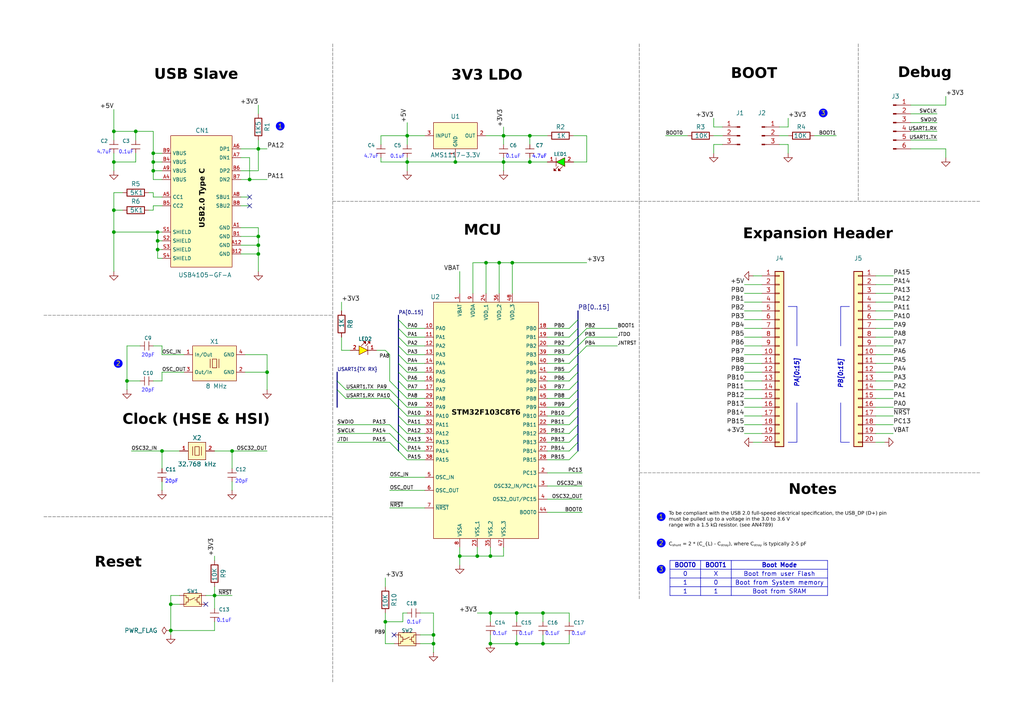
<source format=kicad_sch>
(kicad_sch (version 20250114) (generator "eeschema") (generator_version "9.0")
  (paper "A4")
  (title_block (title "STM32F103C8T6 Core Board") (date "2025-03-26") (rev "1") (comment 1 "Zhangshun Lu"))
  (circle (center 191.77 157.48) (radius 1.27) (stroke (width -0.0001)) (fill (type color) (color 0 0 255 1)))
  (circle (center 81.28 36.576) (radius 1.27) (stroke (width -0.0001)) (fill (type color) (color 0 0 255 1)))
  (circle (center 34.29 105.41) (radius 1.27) (stroke (width -0.0001)) (fill (type color) (color 0 0 255 1)))
  (circle (center 191.77 165.1) (radius 1.27) (stroke (width -0.0001)) (fill (type color) (color 0 0 255 1)))
  (circle (center 238.76 32.766) (radius 1.27) (stroke (width -0.0001)) (fill (type color) (color 0 0 255 1)))
  (circle (center 191.77 149.86) (radius 1.27) (stroke (width -0.0001)) (fill (type color) (color 0 0 255 1)))
  (text "PA[0:15]" (at 231.14 108.204 90) (effects (font (size 1.27 1.27) (thickness 0.254) (bold yes) (italic yes))))
  (text "3" (at 191.77 165.354 0) (effects (font (size 1.27 1.27))))
  (text "Notes" (at 235.712 143.002 0) (effects (font (size 3.048 3.048) (italic yes))))
  (text "USB Slave" (at 56.896 22.606 0) (effects (font (size 3.048 3.048) (italic yes))))
  (text "1" (at 191.77 150.114 0) (effects (font (size 1.27 1.27))))
  (text "3V3 LDO" (at 141.224 22.86 0) (effects (font (size 3.048 3.048) (italic yes))))
  (text "1" (at 81.28 36.83 0) (effects (font (size 1.27 1.27))))
  (text "2" (at 34.29 105.664 0) (effects (font (size 1.27 1.27))))
  (text "Debug" (at 268.224 22.098 0) (effects (font (size 3.048 3.048) (italic yes))))
  (text "Expansion Header" (at 237.236 68.834 0) (effects (font (size 3.048 3.048) (italic yes))))
  (text "MCU" (at 139.954 67.818 0) (effects (font (size 3.048 3.048) (italic yes))))
  (text "2" (at 191.77 157.734 0) (effects (font (size 1.27 1.27))))
  (text "BOOT" (at 218.694 22.352 0) (effects (font (size 3.048 3.048) (italic yes))))
  (text "Reset" (at 34.29 164.084 0) (effects (font (size 3.048 3.048) (italic yes))))
  (text "Clock (HSE & HSI)" (at 56.896 122.682 0) (effects (font (size 3.048 3.048) (italic yes))))
  (text "3" (at 238.76 33.02 0) (effects (font (size 1.27 1.27))))
  (text "PB[0:15]" (at 243.84 108.458 90) (effects (font (size 1.27 1.27) (thickness 0.254) (bold yes) (italic yes))))
  (text_box "C_{shunt} = 2 * (C_{L) - C_{stray}), where C_{stray} is typically 2-5 pF" (at 193.04 156.21 0) (size 53.34 5.08) (margins 0.9525 0.9525 0.9525 0.9525) (stroke (width -0.0001)) (effects (font (size 1.016 1.016)) (justify left top)))
  (text_box "To be compliant with the USB 2.0 full-speed electrical specification, the USB_DP (D+) pin must be pulled up to a voltage in the 3.0 to 3.6 V\nrange with a 1.5 kΩ resistor. (see AN4789)" (at 193.04 147.32 0) (size 66.04 7.62) (margins 0.9525 0.9525 0.9525 0.9525) (stroke (width -0.0001)) (effects (font (size 1.016 1.016)) (justify left top)))
  (junction (at 39.37 38.1))
  (junction (at 133.35 161.29))
  (junction (at 49.53 175.26))
  (junction (at 45.72 69.85))
  (junction (at 142.24 177.8))
  (junction (at 153.67 39.37))
  (junction (at 144.78 76.2))
  (junction (at 67.31 130.81))
  (junction (at 146.05 46.99))
  (junction (at 140.97 76.2))
  (junction (at 45.72 67.31))
  (junction (at 33.02 38.1))
  (junction (at 62.23 172.72))
  (junction (at 74.93 71.12))
  (junction (at 118.11 39.37))
  (junction (at 74.93 73.66))
  (junction (at 45.72 72.39))
  (junction (at 77.47 107.95))
  (junction (at 36.83 110.49))
  (junction (at 142.24 186.69))
  (junction (at 46.99 130.81))
  (junction (at 125.73 184.15))
  (junction (at 74.93 68.58))
  (junction (at 148.59 76.2))
  (junction (at 157.48 177.8))
  (junction (at 33.02 46.99))
  (junction (at 149.86 186.69))
  (junction (at 44.45 49.53))
  (junction (at 138.43 161.29))
  (junction (at 44.45 44.45))
  (junction (at 74.93 43.18))
  (junction (at 111.76 180.34))
  (junction (at 33.02 60.96))
  (junction (at 132.08 46.99))
  (junction (at 44.45 46.99))
  (junction (at 72.39 52.07))
  (junction (at 146.05 39.37))
  (junction (at 149.86 177.8))
  (junction (at 125.73 186.69))
  (junction (at 33.02 67.31))
  (junction (at 49.53 182.88))
  (junction (at 118.11 46.99))
  (junction (at 157.48 186.69))
  (junction (at 153.67 46.99))
  (junction (at 142.24 161.29))
  (no_connect (at 59.69 175.26))
  (no_connect (at 114.3 184.15))
  (no_connect (at 72.39 59.69))
  (no_connect (at 72.39 57.15))
  (bus_entry (at 115.57 130.81) (size -2.54 -2.54))
  (bus_entry (at 167.64 107.95) (size -2.54 2.54))
  (bus_entry (at 167.64 92.71) (size -2.54 2.54))
  (bus_entry (at 167.64 128.27) (size -2.54 2.54))
  (bus_entry (at 115.57 97.79) (size 2.54 2.54))
  (bus_entry (at 115.57 118.11) (size 2.54 2.54))
  (bus_entry (at 167.64 100.33) (size -2.54 2.54))
  (bus_entry (at 167.64 95.25) (size -2.54 2.54))
  (bus_entry (at 167.64 115.57) (size -2.54 2.54))
  (bus_entry (at 167.64 123.19) (size -2.54 2.54))
  (bus_entry (at 167.64 97.79) (size 2.54 -2.54))
  (bus_entry (at 97.79 113.03) (size 2.54 2.54))
  (bus_entry (at 115.57 125.73) (size 2.54 2.54))
  (bus_entry (at 115.57 115.57) (size -2.54 -2.54))
  (bus_entry (at 97.79 110.49) (size 2.54 2.54))
  (bus_entry (at 167.64 118.11) (size -2.54 2.54))
  (bus_entry (at 115.57 125.73) (size -2.54 -2.54))
  (bus_entry (at 115.57 113.03) (size 2.54 2.54))
  (bus_entry (at 115.57 113.03) (size -2.54 -2.54))
  (bus_entry (at 115.57 120.65) (size 2.54 2.54))
  (bus_entry (at 167.64 120.65) (size -2.54 2.54))
  (bus_entry (at 167.64 102.87) (size -2.54 2.54))
  (bus_entry (at 167.64 130.81) (size -2.54 2.54))
  (bus_entry (at 115.57 92.71) (size 2.54 2.54))
  (bus_entry (at 167.64 100.33) (size 2.54 -2.54))
  (bus_entry (at 115.57 123.19) (size 2.54 2.54))
  (bus_entry (at 115.57 102.87) (size 2.54 2.54))
  (bus_entry (at 115.57 128.27) (size 2.54 2.54))
  (bus_entry (at 167.64 110.49) (size -2.54 2.54))
  (bus_entry (at 167.64 125.73) (size -2.54 2.54))
  (bus_entry (at 167.64 97.79) (size -2.54 2.54))
  (bus_entry (at 115.57 110.49) (size 2.54 2.54))
  (bus_entry (at 167.64 113.03) (size -2.54 2.54))
  (bus_entry (at 115.57 107.95) (size 2.54 2.54))
  (bus_entry (at 115.57 115.57) (size 2.54 2.54))
  (bus_entry (at 115.57 100.33) (size 2.54 2.54))
  (bus_entry (at 115.57 105.41) (size 2.54 2.54))
  (bus_entry (at 167.64 105.41) (size -2.54 2.54))
  (bus_entry (at 115.57 118.11) (size -2.54 -2.54))
  (bus_entry (at 115.57 95.25) (size 2.54 2.54))
  (bus_entry (at 115.57 130.81) (size 2.54 2.54))
  (bus_entry (at 167.64 102.87) (size 2.54 -2.54))
  (bus_entry (at 115.57 128.27) (size -2.54 -2.54))
  (bus (pts (xy 167.64 115.57) (xy 167.64 118.11)))
  (wire (pts (xy 132.08 46.99) (xy 146.05 46.99)))
  (wire (pts (xy 33.02 46.99) (xy 33.02 44.45)))
  (wire (pts (xy 125.73 177.8) (xy 125.73 184.15)))
  (wire (pts (xy 207.01 41.91) (xy 209.55 41.91)))
  (wire (pts (xy 264.16 40.64) (xy 271.78 40.64)))
  (wire (pts (xy 218.44 80.01) (xy 220.98 80.01)))
  (wire (pts (xy 111.76 177.8) (xy 111.76 180.34)))
  (wire (pts (xy 62.23 182.88) (xy 49.53 182.88)))
  (wire (pts (xy 149.86 180.34) (xy 149.86 177.8)))
  (wire (pts (xy 158.75 46.99) (xy 153.67 46.99)))
  (wire (pts (xy 158.75 39.37) (xy 153.67 39.37)))
  (wire (pts (xy 121.92 177.8) (xy 125.73 177.8)))
  (wire (pts (xy 158.75 100.33) (xy 165.1 100.33)))
  (wire (pts (xy 45.72 67.31) (xy 45.72 69.85)))
  (wire (pts (xy 72.39 57.15) (xy 69.85 57.15)))
  (wire (pts (xy 158.75 105.41) (xy 165.1 105.41)))
  (wire (pts (xy 254 87.63) (xy 259.08 87.63)))
  (wire (pts (xy 46.99 100.33) (xy 46.99 102.87)))
  (polyline (pts (xy 96.52 58.42) (xy 185.42 58.42)) (stroke (width 0.0508) (type dash) (color 0 0 0 1)))
  (wire (pts (xy 44.45 59.69) (xy 44.45 60.96)))
  (wire (pts (xy 46.99 130.81) (xy 52.07 130.81)))
  (wire (pts (xy 44.45 55.88) (xy 43.18 55.88)))
  (bus (pts (xy 115.57 97.79) (xy 115.57 100.33)))
  (wire (pts (xy 254 118.11) (xy 259.08 118.11)))
  (wire (pts (xy 158.75 133.35) (xy 165.1 133.35)))
  (wire (pts (xy 113.03 142.24) (xy 123.19 142.24)))
  (wire (pts (xy 158.75 125.73) (xy 165.1 125.73)))
  (wire (pts (xy 158.75 95.25) (xy 165.1 95.25)))
  (wire (pts (xy 254 90.17) (xy 259.08 90.17)))
  (wire (pts (xy 44.45 57.15) (xy 44.45 55.88)))
  (wire (pts (xy 158.75 113.03) (xy 165.1 113.03)))
  (wire (pts (xy 254 120.65) (xy 259.08 120.65)))
  (wire (pts (xy 220.98 82.55) (xy 215.9 82.55)))
  (wire (pts (xy 110.49 46.99) (xy 118.11 46.99)))
  (wire (pts (xy 165.1 186.69) (xy 157.48 186.69)))
  (wire (pts (xy 220.98 115.57) (xy 215.9 115.57)))
  (wire (pts (xy 146.05 158.75) (xy 146.05 161.29)))
  (bus (pts (xy 97.79 107.95) (xy 97.79 110.49)))
  (wire (pts (xy 125.73 186.69) (xy 121.92 186.69)))
  (polyline (pts (xy 96.52 124.46) (xy 96.52 149.86)) (stroke (width 0.0508) (type dash) (color 0 0 0 1)))
  (wire (pts (xy 118.11 45.72) (xy 118.11 46.99)))
  (wire (pts (xy 49.53 182.88) (xy 49.53 175.26)))
  (bus (pts (xy 167.64 128.27) (xy 167.64 130.81)))
  (wire (pts (xy 36.83 100.33) (xy 40.64 100.33)))
  (wire (pts (xy 148.59 76.2) (xy 148.59 85.09)))
  (bus (pts (xy 167.64 102.87) (xy 167.64 105.41)))
  (wire (pts (xy 274.32 43.18) (xy 274.32 45.72)))
  (wire (pts (xy 71.12 102.87) (xy 77.47 102.87)))
  (wire (pts (xy 77.47 102.87) (xy 77.47 107.95)))
  (wire (pts (xy 46.99 59.69) (xy 44.45 59.69)))
  (wire (pts (xy 113.03 110.49) (xy 113.03 102.87)))
  (wire (pts (xy 38.1 130.81) (xy 46.99 130.81)))
  (wire (pts (xy 254 80.01) (xy 259.08 80.01)))
  (wire (pts (xy 62.23 172.72) (xy 59.69 172.72)))
  (wire (pts (xy 274.32 27.94) (xy 274.32 30.48)))
  (wire (pts (xy 274.32 43.18) (xy 264.16 43.18)))
  (wire (pts (xy 118.11 115.57) (xy 123.19 115.57)))
  (wire (pts (xy 254 110.49) (xy 259.08 110.49)))
  (bus (pts (xy 115.57 107.95) (xy 115.57 110.49)))
  (wire (pts (xy 110.49 41.91) (xy 110.49 39.37)))
  (wire (pts (xy 220.98 107.95) (xy 215.9 107.95)))
  (wire (pts (xy 254 105.41) (xy 259.08 105.41)))
  (wire (pts (xy 118.11 133.35) (xy 123.19 133.35)))
  (polyline (pts (xy 246.38 88.9) (xy 243.84 88.9)))
  (wire (pts (xy 170.18 97.79) (xy 179.07 97.79)))
  (wire (pts (xy 46.99 52.07) (xy 44.45 52.07)))
  (wire (pts (xy 97.79 128.27) (xy 113.03 128.27)))
  (wire (pts (xy 114.3 186.69) (xy 111.76 186.69)))
  (wire (pts (xy 74.93 68.58) (xy 74.93 66.04)))
  (wire (pts (xy 254 97.79) (xy 259.08 97.79)))
  (bus (pts (xy 115.57 95.25) (xy 115.57 97.79)))
  (wire (pts (xy 168.91 148.59) (xy 158.75 148.59)))
  (wire (pts (xy 116.84 177.8) (xy 116.84 180.34)))
  (polyline (pts (xy 12.7 91.44) (xy 96.52 91.44)) (stroke (width 0.0508) (type dash) (color 0 0 0 1)))
  (wire (pts (xy 140.97 76.2) (xy 137.16 76.2)))
  (wire (pts (xy 72.39 52.07) (xy 69.85 52.07)))
  (wire (pts (xy 62.23 161.29) (xy 62.23 162.56)))
  (wire (pts (xy 220.98 110.49) (xy 215.9 110.49)))
  (bus (pts (xy 115.57 100.33) (xy 115.57 102.87)))
  (polyline (pts (xy 185.42 12.7) (xy 185.42 58.42)) (stroke (width 0.0508) (type dash) (color 0 0 0 1)))
  (bus (pts (xy 167.64 113.03) (xy 167.64 115.57)))
  (wire (pts (xy 220.98 85.09) (xy 215.9 85.09)))
  (bus (pts (xy 167.64 90.17) (xy 167.64 92.71)))
  (bus (pts (xy 167.64 95.25) (xy 167.64 97.79)))
  (bus (pts (xy 167.64 97.79) (xy 167.64 100.33)))
  (wire (pts (xy 111.76 101.6) (xy 109.22 101.6)))
  (wire (pts (xy 254 123.19) (xy 259.08 123.19)))
  (bus (pts (xy 115.57 125.73) (xy 115.57 128.27)))
  (bus (pts (xy 115.57 102.87) (xy 115.57 105.41)))
  (wire (pts (xy 144.78 76.2) (xy 144.78 85.09)))
  (wire (pts (xy 52.07 172.72) (xy 49.53 172.72)))
  (wire (pts (xy 100.33 113.03) (xy 113.03 113.03)))
  (wire (pts (xy 45.72 74.93) (xy 46.99 74.93)))
  (wire (pts (xy 168.91 144.78) (xy 158.75 144.78)))
  (wire (pts (xy 146.05 161.29) (xy 142.24 161.29)))
  (wire (pts (xy 220.98 120.65) (xy 215.9 120.65)))
  (wire (pts (xy 220.98 113.03) (xy 215.9 113.03)))
  (wire (pts (xy 44.45 52.07) (xy 44.45 49.53)))
  (wire (pts (xy 228.6 41.91) (xy 226.06 41.91)))
  (wire (pts (xy 153.67 46.99) (xy 146.05 46.99)))
  (wire (pts (xy 118.11 100.33) (xy 123.19 100.33)))
  (wire (pts (xy 118.11 128.27) (xy 123.19 128.27)))
  (wire (pts (xy 140.97 76.2) (xy 140.97 85.09)))
  (wire (pts (xy 138.43 177.8) (xy 142.24 177.8)))
  (wire (pts (xy 72.39 59.69) (xy 69.85 59.69)))
  (wire (pts (xy 67.31 135.89) (xy 67.31 130.81)))
  (wire (pts (xy 118.11 123.19) (xy 123.19 123.19)))
  (wire (pts (xy 116.84 180.34) (xy 111.76 180.34)))
  (wire (pts (xy 46.99 107.95) (xy 53.34 107.95)))
  (wire (pts (xy 153.67 45.72) (xy 153.67 46.99)))
  (wire (pts (xy 142.24 161.29) (xy 138.43 161.29)))
  (wire (pts (xy 118.11 102.87) (xy 123.19 102.87)))
  (wire (pts (xy 254 82.55) (xy 259.08 82.55)))
  (wire (pts (xy 77.47 43.18) (xy 74.93 43.18)))
  (polyline (pts (xy 185.42 58.42) (xy 284.48 58.42)) (stroke (width 0.0508) (type dash) (color 0 0 0 1)))
  (wire (pts (xy 157.48 184.15) (xy 157.48 186.69)))
  (wire (pts (xy 157.48 177.8) (xy 149.86 177.8)))
  (wire (pts (xy 118.11 125.73) (xy 123.19 125.73)))
  (wire (pts (xy 46.99 72.39) (xy 45.72 72.39)))
  (bus (pts (xy 115.57 110.49) (xy 115.57 113.03)))
  (bus (pts (xy 167.64 120.65) (xy 167.64 123.19)))
  (wire (pts (xy 146.05 39.37) (xy 146.05 36.83)))
  (wire (pts (xy 157.48 180.34) (xy 157.48 177.8)))
  (wire (pts (xy 118.11 39.37) (xy 123.19 39.37)))
  (wire (pts (xy 264.16 33.02) (xy 271.78 33.02)))
  (wire (pts (xy 118.11 95.25) (xy 123.19 95.25)))
  (wire (pts (xy 158.75 128.27) (xy 165.1 128.27)))
  (wire (pts (xy 35.56 60.96) (xy 33.02 60.96)))
  (wire (pts (xy 44.45 110.49) (xy 46.99 110.49)))
  (wire (pts (xy 132.08 45.72) (xy 132.08 46.99)))
  (wire (pts (xy 72.39 45.72) (xy 72.39 52.07)))
  (wire (pts (xy 118.11 107.95) (xy 123.19 107.95)))
  (wire (pts (xy 44.45 46.99) (xy 44.45 44.45)))
  (wire (pts (xy 228.6 44.45) (xy 228.6 41.91)))
  (wire (pts (xy 264.16 38.1) (xy 271.78 38.1)))
  (wire (pts (xy 118.11 130.81) (xy 123.19 130.81)))
  (wire (pts (xy 254 102.87) (xy 259.08 102.87)))
  (wire (pts (xy 33.02 67.31) (xy 45.72 67.31)))
  (polyline (pts (xy 231.14 88.9) (xy 231.14 100.33)))
  (wire (pts (xy 146.05 45.72) (xy 146.05 46.99)))
  (wire (pts (xy 146.05 41.91) (xy 146.05 39.37)))
  (wire (pts (xy 193.04 39.37) (xy 199.39 39.37)))
  (wire (pts (xy 133.35 78.74) (xy 133.35 85.09)))
  (wire (pts (xy 67.31 142.24) (xy 67.31 139.7)))
  (bus (pts (xy 115.57 91.44) (xy 115.57 92.71)))
  (wire (pts (xy 46.99 69.85) (xy 45.72 69.85)))
  (wire (pts (xy 125.73 189.23) (xy 125.73 186.69)))
  (wire (pts (xy 44.45 38.1) (xy 44.45 44.45)))
  (wire (pts (xy 74.93 30.48) (xy 74.93 33.02)))
  (wire (pts (xy 254 95.25) (xy 259.08 95.25)))
  (wire (pts (xy 52.07 175.26) (xy 49.53 175.26)))
  (wire (pts (xy 254 107.95) (xy 259.08 107.95)))
  (wire (pts (xy 45.72 72.39) (xy 45.72 74.93)))
  (wire (pts (xy 148.59 76.2) (xy 144.78 76.2)))
  (wire (pts (xy 77.47 107.95) (xy 71.12 107.95)))
  (wire (pts (xy 74.93 40.64) (xy 74.93 43.18)))
  (bus (pts (xy 115.57 115.57) (xy 115.57 118.11)))
  (bus (pts (xy 115.57 128.27) (xy 115.57 130.81)))
  (wire (pts (xy 40.64 110.49) (xy 36.83 110.49)))
  (wire (pts (xy 158.75 97.79) (xy 165.1 97.79)))
  (wire (pts (xy 113.03 138.43) (xy 123.19 138.43)))
  (wire (pts (xy 121.92 184.15) (xy 125.73 184.15)))
  (wire (pts (xy 74.93 43.18) (xy 74.93 49.53)))
  (polyline (pts (xy 248.92 12.7) (xy 248.92 58.42)) (stroke (width 0.0508) (type dash) (color 0 0 0 1)))
  (wire (pts (xy 33.02 31.75) (xy 33.02 38.1)))
  (wire (pts (xy 110.49 39.37) (xy 118.11 39.37)))
  (wire (pts (xy 33.02 38.1) (xy 39.37 38.1)))
  (wire (pts (xy 110.49 45.72) (xy 110.49 46.99)))
  (wire (pts (xy 118.11 97.79) (xy 123.19 97.79)))
  (wire (pts (xy 118.11 120.65) (xy 123.19 120.65)))
  (bus (pts (xy 97.79 113.03) (xy 97.79 118.11)))
  (wire (pts (xy 46.99 67.31) (xy 45.72 67.31)))
  (wire (pts (xy 69.85 73.66) (xy 74.93 73.66)))
  (wire (pts (xy 99.06 87.63) (xy 99.06 90.17)))
  (wire (pts (xy 153.67 39.37) (xy 146.05 39.37)))
  (wire (pts (xy 77.47 52.07) (xy 72.39 52.07)))
  (wire (pts (xy 118.11 118.11) (xy 123.19 118.11)))
  (wire (pts (xy 77.47 113.03) (xy 77.47 107.95)))
  (wire (pts (xy 146.05 46.99) (xy 146.05 49.53)))
  (wire (pts (xy 242.57 39.37) (xy 236.22 39.37)))
  (wire (pts (xy 138.43 161.29) (xy 133.35 161.29)))
  (wire (pts (xy 46.99 49.53) (xy 44.45 49.53)))
  (wire (pts (xy 142.24 180.34) (xy 142.24 177.8)))
  (wire (pts (xy 148.59 76.2) (xy 170.18 76.2)))
  (wire (pts (xy 228.6 39.37) (xy 226.06 39.37)))
  (bus (pts (xy 167.64 100.33) (xy 167.64 102.87)))
  (wire (pts (xy 165.1 177.8) (xy 157.48 177.8)))
  (wire (pts (xy 133.35 163.83) (xy 133.35 161.29)))
  (bus (pts (xy 115.57 113.03) (xy 115.57 115.57)))
  (wire (pts (xy 46.99 57.15) (xy 44.45 57.15)))
  (bus (pts (xy 115.57 120.65) (xy 115.57 123.19)))
  (wire (pts (xy 46.99 110.49) (xy 46.99 107.95)))
  (wire (pts (xy 140.97 39.37) (xy 146.05 39.37)))
  (wire (pts (xy 118.11 46.99) (xy 118.11 49.53)))
  (wire (pts (xy 220.98 95.25) (xy 215.9 95.25)))
  (wire (pts (xy 170.18 39.37) (xy 170.18 46.99)))
  (wire (pts (xy 228.6 34.29) (xy 228.6 36.83)))
  (wire (pts (xy 137.16 76.2) (xy 137.16 85.09)))
  (wire (pts (xy 254 113.03) (xy 259.08 113.03)))
  (wire (pts (xy 33.02 67.31) (xy 33.02 78.74)))
  (wire (pts (xy 168.91 137.16) (xy 158.75 137.16)))
  (wire (pts (xy 118.11 105.41) (xy 123.19 105.41)))
  (polyline (pts (xy 185.42 58.42) (xy 185.42 173.99)) (stroke (width 0.0508) (type dash) (color 0 0 0 1)))
  (wire (pts (xy 33.02 67.31) (xy 33.02 60.96)))
  (wire (pts (xy 158.75 123.19) (xy 165.1 123.19)))
  (bus (pts (xy 167.64 118.11) (xy 167.64 120.65)))
  (wire (pts (xy 74.93 73.66) (xy 74.93 71.12)))
  (wire (pts (xy 220.98 123.19) (xy 215.9 123.19)))
  (wire (pts (xy 170.18 100.33) (xy 179.07 100.33)))
  (wire (pts (xy 118.11 110.49) (xy 123.19 110.49)))
  (wire (pts (xy 74.93 71.12) (xy 74.93 68.58)))
  (wire (pts (xy 45.72 69.85) (xy 45.72 72.39)))
  (wire (pts (xy 207.01 44.45) (xy 207.01 41.91)))
  (wire (pts (xy 220.98 100.33) (xy 215.9 100.33)))
  (wire (pts (xy 113.03 147.32) (xy 123.19 147.32)))
  (wire (pts (xy 254 85.09) (xy 259.08 85.09)))
  (wire (pts (xy 67.31 130.81) (xy 62.23 130.81)))
  (wire (pts (xy 144.78 76.2) (xy 140.97 76.2)))
  (wire (pts (xy 44.45 100.33) (xy 46.99 100.33)))
  (wire (pts (xy 170.18 95.25) (xy 179.07 95.25)))
  (wire (pts (xy 158.75 115.57) (xy 165.1 115.57)))
  (wire (pts (xy 254 125.73) (xy 259.08 125.73)))
  (wire (pts (xy 220.98 128.27) (xy 218.44 128.27)))
  (wire (pts (xy 149.86 177.8) (xy 142.24 177.8)))
  (wire (pts (xy 118.11 46.99) (xy 132.08 46.99)))
  (wire (pts (xy 74.93 66.04) (xy 69.85 66.04)))
  (wire (pts (xy 207.01 36.83) (xy 209.55 36.83)))
  (wire (pts (xy 33.02 46.99) (xy 33.02 49.53)))
  (wire (pts (xy 97.79 123.19) (xy 113.03 123.19)))
  (wire (pts (xy 36.83 113.03) (xy 36.83 110.49)))
  (wire (pts (xy 44.45 49.53) (xy 44.45 46.99)))
  (wire (pts (xy 39.37 44.45) (xy 39.37 46.99)))
  (polyline (pts (xy 96.52 149.86) (xy 96.52 198.12)) (stroke (width 0.0508) (type dash) (color 0 0 0 1)))
  (wire (pts (xy 77.47 130.81) (xy 67.31 130.81)))
  (wire (pts (xy 62.23 180.34) (xy 62.23 182.88)))
  (wire (pts (xy 165.1 184.15) (xy 165.1 186.69)))
  (wire (pts (xy 254 128.27) (xy 256.54 128.27)))
  (wire (pts (xy 33.02 40.64) (xy 33.02 38.1)))
  (wire (pts (xy 74.93 78.74) (xy 74.93 73.66)))
  (polyline (pts (xy 96.52 12.7) (xy 96.52 91.44)) (stroke (width 0.0508) (type dash) (color 0 0 0 1)))
  (wire (pts (xy 158.75 118.11) (xy 165.1 118.11)))
  (wire (pts (xy 207.01 34.29) (xy 207.01 36.83)))
  (wire (pts (xy 118.11 113.03) (xy 123.19 113.03)))
  (wire (pts (xy 46.99 135.89) (xy 46.99 130.81)))
  (wire (pts (xy 33.02 55.88) (xy 35.56 55.88)))
  (wire (pts (xy 62.23 176.53) (xy 62.23 172.72)))
  (wire (pts (xy 111.76 180.34) (xy 111.76 186.69)))
  (wire (pts (xy 168.91 140.97) (xy 158.75 140.97)))
  (wire (pts (xy 264.16 35.56) (xy 271.78 35.56)))
  (polyline (pts (xy 185.42 137.16) (xy 284.48 137.16)) (stroke (width 0.0508) (type dash) (color 0 0 0 1)))
  (wire (pts (xy 69.85 71.12) (xy 74.93 71.12)))
  (bus (pts (xy 167.64 107.95) (xy 167.64 110.49)))
  (bus (pts (xy 167.64 125.73) (xy 167.64 128.27)))
  (wire (pts (xy 118.11 41.91) (xy 118.11 39.37)))
  (bus (pts (xy 115.57 118.11) (xy 115.57 120.65)))
  (wire (pts (xy 149.86 186.69) (xy 142.24 186.69)))
  (wire (pts (xy 153.67 41.91) (xy 153.67 39.37)))
  (polyline (pts (xy 96.52 91.44) (xy 96.52 124.46)) (stroke (width 0.0508) (type dash) (color 0 0 0 1)))
  (wire (pts (xy 220.98 97.79) (xy 215.9 97.79)))
  (wire (pts (xy 138.43 158.75) (xy 138.43 161.29)))
  (wire (pts (xy 220.98 125.73) (xy 215.9 125.73)))
  (wire (pts (xy 99.06 97.79) (xy 99.06 101.6)))
  (wire (pts (xy 142.24 158.75) (xy 142.24 161.29)))
  (wire (pts (xy 220.98 90.17) (xy 215.9 90.17)))
  (wire (pts (xy 133.35 161.29) (xy 133.35 158.75)))
  (wire (pts (xy 254 100.33) (xy 259.08 100.33)))
  (wire (pts (xy 158.75 110.49) (xy 165.1 110.49)))
  (wire (pts (xy 220.98 118.11) (xy 215.9 118.11)))
  (polyline (pts (xy 228.6 88.9) (xy 231.14 88.9)))
  (wire (pts (xy 170.18 46.99) (xy 166.37 46.99)))
  (wire (pts (xy 142.24 186.69) (xy 142.24 184.15)))
  (wire (pts (xy 220.98 105.41) (xy 215.9 105.41)))
  (wire (pts (xy 158.75 130.81) (xy 165.1 130.81)))
  (wire (pts (xy 220.98 87.63) (xy 215.9 87.63)))
  (polyline (pts (xy 243.84 128.27) (xy 243.84 116.84)))
  (wire (pts (xy 97.79 125.73) (xy 113.03 125.73)))
  (polyline (pts (xy 243.84 100.33) (xy 243.84 88.9)))
  (wire (pts (xy 220.98 92.71) (xy 215.9 92.71)))
  (bus (pts (xy 167.64 92.71) (xy 167.64 95.25)))
  (wire (pts (xy 49.53 172.72) (xy 49.53 175.26)))
  (wire (pts (xy 118.11 39.37) (xy 118.11 35.56)))
  (polyline (pts (xy 231.14 116.84) (xy 231.14 128.27)))
  (wire (pts (xy 46.99 46.99) (xy 44.45 46.99)))
  (bus (pts (xy 97.79 110.49) (xy 97.79 113.03)))
  (polyline (pts (xy 228.6 128.27) (xy 231.14 128.27)))
  (wire (pts (xy 69.85 43.18) (xy 74.93 43.18)))
  (wire (pts (xy 111.76 170.18) (xy 111.76 167.64)))
  (wire (pts (xy 39.37 40.64) (xy 39.37 38.1)))
  (polyline (pts (xy 246.38 128.27) (xy 243.84 128.27)))
  (wire (pts (xy 125.73 184.15) (xy 125.73 186.69)))
  (wire (pts (xy 149.86 184.15) (xy 149.86 186.69)))
  (wire (pts (xy 69.85 68.58) (xy 74.93 68.58)))
  (wire (pts (xy 165.1 180.34) (xy 165.1 177.8)))
  (bus (pts (xy 167.64 110.49) (xy 167.64 113.03)))
  (wire (pts (xy 36.83 110.49) (xy 36.83 100.33)))
  (bus (pts (xy 115.57 123.19) (xy 115.57 125.73)))
  (wire (pts (xy 33.02 60.96) (xy 33.02 55.88)))
  (wire (pts (xy 46.99 142.24) (xy 46.99 139.7)))
  (polyline (pts (xy 12.7 149.86) (xy 96.52 149.86)) (stroke (width 0.0508) (type dash) (color 0 0 0 1)))
  (wire (pts (xy 46.99 102.87) (xy 53.34 102.87)))
  (wire (pts (xy 39.37 46.99) (xy 33.02 46.99)))
  (wire (pts (xy 158.75 120.65) (xy 165.1 120.65)))
  (wire (pts (xy 158.75 107.95) (xy 165.1 107.95)))
  (wire (pts (xy 158.75 102.87) (xy 165.1 102.87)))
  (wire (pts (xy 118.11 177.8) (xy 116.84 177.8)))
  (wire (pts (xy 49.53 184.15) (xy 49.53 182.88)))
  (wire (pts (xy 207.01 39.37) (xy 209.55 39.37)))
  (wire (pts (xy 62.23 170.18) (xy 62.23 172.72)))
  (wire (pts (xy 44.45 60.96) (xy 43.18 60.96)))
  (wire (pts (xy 220.98 102.87) (xy 215.9 102.87)))
  (wire (pts (xy 254 92.71) (xy 259.08 92.71)))
  (wire (pts (xy 157.48 186.69) (xy 149.86 186.69)))
  (bus (pts (xy 167.64 123.19) (xy 167.64 125.73)))
  (wire (pts (xy 166.37 39.37) (xy 170.18 39.37)))
  (wire (pts (xy 228.6 36.83) (xy 226.06 36.83)))
  (wire (pts (xy 99.06 101.6) (xy 101.6 101.6)))
  (wire (pts (xy 69.85 45.72) (xy 72.39 45.72)))
  (wire (pts (xy 44.45 44.45) (xy 46.99 44.45)))
  (wire (pts (xy 74.93 49.53) (xy 69.85 49.53)))
  (wire (pts (xy 113.03 102.87) (xy 111.76 101.6)))
  (bus (pts (xy 115.57 105.41) (xy 115.57 107.95)))
  (wire (pts (xy 274.32 30.48) (xy 264.16 30.48)))
  (wire (pts (xy 100.33 115.57) (xy 113.03 115.57)))
  (bus (pts (xy 167.64 105.41) (xy 167.64 107.95)))
  (bus (pts (xy 115.57 92.71) (xy 115.57 95.25)))
  (wire (pts (xy 39.37 38.1) (xy 44.45 38.1)))
  (wire (pts (xy 67.31 172.72) (xy 62.23 172.72)))
  (wire (pts (xy 254 115.57) (xy 259.08 115.57)))
  (table (column_count 3) (border (external yes) (header yes)) (separators (rows yes) (cols yes)) (column_widths 8.89 8.89 27.94) (row_heights 2.54 2.54 2.54 2.54) (cells (table_cell "BOOT0" (at 194.31 162.56 0) (size 8.89 2.54) (margins 0.9525 0.9525 0.9525 0.9525) (span 1 1)) (table_cell "BOOT1" (at 203.2 162.56 0) (size 8.89 2.54) (margins 0.9525 0.9525 0.9525 0.9525) (span 1 1)) (table_cell "Boot Mode" (at 212.09 162.56 0) (size 27.94 2.54) (margins 0.9525 0.9525 0.9525 0.9525) (span 1 1)) (table_cell "0" (at 194.31 165.1 0) (size 8.89 2.54) (margins 0.9525 0.9525 0.9525 0.9525) (span 1 1)) (table_cell "X" (at 203.2 165.1 0) (size 8.89 2.54) (margins 0.9525 0.9525 0.9525 0.9525) (span 1 1)) (table_cell "Boot from user Flash" (at 212.09 165.1 0) (size 27.94 2.54) (margins 0.9525 0.9525 0.9525 0.9525) (span 1 1)) (table_cell "1" (at 194.31 167.64 0) (size 8.89 2.54) (margins 0.9525 0.9525 0.9525 0.9525) (span 1 1)) (table_cell "0" (at 203.2 167.64 0) (size 8.89 2.54) (margins 0.9525 0.9525 0.9525 0.9525) (span 1 1)) (table_cell "Boot from System memory" (at 212.09 167.64 0) (size 27.94 2.54) (margins 0.9525 0.9525 0.9525 0.9525) (span 1 1)) (table_cell "1" (at 194.31 170.18 0) (size 8.89 2.54) (margins 0.9525 0.9525 0.9525 0.9525) (span 1 1)) (table_cell "1" (at 203.2 170.18 0) (size 8.89 2.54) (margins 0.9525 0.9525 0.9525 0.9525) (span 1 1)) (table_cell "Boot from SRAM" (at 212.09 170.18 0) (size 27.94 2.54) (margins 0.9525 0.9525 0.9525 0.9525) (span 1 1))))
  (label "BOOT0" (at 168.91 148.59 180) (effects (font (size 1.016 1.016))))
  (label "PB6" (at 163.83 110.49 180) (effects (font (size 1.016 1.016))))
  (label "PA11" (at 259.08 90.17 0))
  (label "PB12" (at 163.83 125.73 180) (effects (font (size 1.016 1.016))))
  (label "PB6" (at 215.9 100.33 180))
  (label "PA12" (at 77.47 43.18 0))
  (label "PB4" (at 163.83 105.41 180) (effects (font (size 1.016 1.016))))
  (label "PB2" (at 172.72 95.25 180) (effects (font (size 1.016 1.016))))
  (label "PA13" (at 259.08 85.09 0))
  (label "~{NRST}" (at 67.31 172.72 180) (effects (font (size 1.016 1.016))))
  (label "PB8" (at 215.9 105.41 180))
  (label "PA0" (at 259.08 118.11 0))
  (label "PA9" (at 259.08 95.25 0))
  (label "PA8" (at 259.08 97.79 0))
  (label "PA4" (at 118.11 105.41 0) (effects (font (size 1.016 1.016))))
  (label "BOOT1" (at 242.57 39.37 180) (effects (font (size 1.016 1.016))))
  (label "+3V3" (at 228.6 34.29 0))
  (label "USART1.RX" (at 100.33 115.57 0) (effects (font (size 1.016 1.016))))
  (label "PB10" (at 163.83 120.65 180) (effects (font (size 1.016 1.016))))
  (label "+3V3" (at 138.43 177.8 180))
  (label "PB11" (at 215.9 113.03 180))
  (label "PB4" (at 215.9 95.25 180))
  (label "PA2" (at 118.11 100.33 0) (effects (font (size 1.016 1.016))))
  (label "PB3" (at 215.9 92.71 180))
  (label "PA1" (at 118.11 97.79 0) (effects (font (size 1.016 1.016))))
  (label "OSC32_OUT" (at 168.91 144.78 180) (effects (font (size 1.016 1.016))))
  (label "PB13" (at 215.9 118.11 180))
  (label "PA14" (at 259.08 82.55 0))
  (label "JTDO" (at 179.07 97.79 0) (effects (font (size 1.016 1.016))))
  (label "PA13" (at 107.95 123.19 0) (effects (font (size 1.016 1.016))))
  (label "OSC32_IN" (at 168.91 140.97 180) (effects (font (size 1.016 1.016))))
  (label "PB1" (at 215.9 87.63 180))
  (label "SWCLK" (at 97.79 125.73 0) (effects (font (size 1.016 1.016))))
  (label "PB10" (at 215.9 110.49 180))
  (label "PB12" (at 215.9 115.57 180))
  (label "PA15" (at 259.08 80.01 0))
  (label "+3V3" (at 62.23 161.29 90))
  (label "OSC32_OUT" (at 77.47 130.81 180) (effects (font (size 1.016 1.016))))
  (label "OSC32_IN" (at 38.1 130.81 0) (effects (font (size 1.016 1.016))))
  (label "PA13" (at 118.11 128.27 0) (effects (font (size 1.016 1.016))))
  (label "+3V3" (at 111.76 167.64 0))
  (label "~{NRST}" (at 259.08 120.65 0))
  (label "VBAT" (at 133.35 78.74 180))
  (label "PA14" (at 107.95 125.73 0) (effects (font (size 1.016 1.016))))
  (label "PA9" (at 109.22 113.03 0) (effects (font (size 1.016 1.016))))
  (label "PB13" (at 163.83 128.27 180) (effects (font (size 1.016 1.016))))
  (label "PC13" (at 259.08 123.19 0))
  (label "PA10" (at 109.22 115.57 0) (effects (font (size 1.016 1.016))))
  (label "PB2" (at 215.9 90.17 180))
  (label "PB7" (at 215.9 102.87 180))
  (label "+3V3" (at 170.18 76.2 0))
  (label "OSC_IN" (at 46.99 102.87 0) (effects (font (size 1.016 1.016))))
  (label "PA15" (at 107.95 128.27 0) (effects (font (size 1.016 1.016))))
  (label "PA8" (at 118.11 115.57 0) (effects (font (size 1.016 1.016))))
  (label "PA6" (at 118.11 110.49 0) (effects (font (size 1.016 1.016))))
  (label "+3V3" (at 215.9 125.73 180))
  (label "~{NRST}" (at 113.03 147.32 0) (effects (font (size 1.016 1.016))))
  (label "PB4" (at 172.72 100.33 180) (effects (font (size 1.016 1.016))))
  (label "PA12" (at 259.08 87.63 0))
  (label "OSC_OUT" (at 113.03 142.24 0) (effects (font (size 1.016 1.016))))
  (label "OSC_IN" (at 113.03 138.43 0) (effects (font (size 1.016 1.016))))
  (label "PB14" (at 163.83 130.81 180) (effects (font (size 1.016 1.016))))
  (label "PB9" (at 163.83 118.11 180) (effects (font (size 1.016 1.016))))
  (label "USART1.TX" (at 271.78 40.64 180) (effects (font (size 1.016 1.016))))
  (label "PB11" (at 163.83 123.19 180) (effects (font (size 1.016 1.016))))
  (label "+5V" (at 118.11 35.56 90))
  (label "SWDIO" (at 271.78 35.56 180) (effects (font (size 1.016 1.016))))
  (label "PA8" (at 113.03 102.87 180) (effects (font (size 1.016 1.016))))
  (label "PA3" (at 118.11 102.87 0) (effects (font (size 1.016 1.016))))
  (label "+3V3" (at 207.01 34.29 180))
  (label "PA6" (at 259.08 102.87 0))
  (label "+3V3" (at 146.05 36.83 90))
  (label "PA10" (at 259.08 92.71 0))
  (label "PB5" (at 163.83 107.95 180) (effects (font (size 1.016 1.016))))
  (label "PB9" (at 215.9 107.95 180))
  (label "PA10" (at 118.11 120.65 0) (effects (font (size 1.016 1.016))))
  (label "+3V3" (at 74.93 30.48 180))
  (label "SWDIO" (at 97.79 123.19 0) (effects (font (size 1.016 1.016))))
  (label "PB[0..15]" (at 167.64 90.17 0))
  (label "PA0" (at 118.11 95.25 0) (effects (font (size 1.016 1.016))))
  (label "BOOT1" (at 179.07 95.25 0) (effects (font (size 1.016 1.016))))
  (label "PA11" (at 77.47 52.07 0))
  (label "PA2" (at 259.08 113.03 0))
  (label "USART1.RX" (at 271.78 38.1 180) (effects (font (size 1.016 1.016))))
  (label "VBAT" (at 259.08 125.73 0))
  (label "PA4" (at 259.08 107.95 0))
  (label "JNTRST" (at 179.07 100.33 0) (effects (font (size 1.016 1.016))))
  (label "PA7" (at 118.11 113.03 0) (effects (font (size 1.016 1.016))))
  (label "+5V" (at 33.02 31.75 180))
  (label "BOOT0" (at 193.04 39.37 0) (effects (font (size 1.016 1.016))))
  (label "+3V3" (at 274.32 27.94 0))
  (label "PB0" (at 215.9 85.09 180))
  (label "PB0" (at 163.83 95.25 180) (effects (font (size 1.016 1.016))))
  (label "PA1" (at 259.08 115.57 0))
  (label "PA11" (at 118.11 123.19 0) (effects (font (size 1.016 1.016))))
  (label "+3V3" (at 99.06 87.63 0))
  (label "PB3" (at 172.72 97.79 180) (effects (font (size 1.016 1.016))))
  (label "PB14" (at 215.9 120.65 180))
  (label "PB8" (at 163.83 115.57 180) (effects (font (size 1.016 1.016))))
  (label "USART1{TX RX}" (at 97.79 107.95 0) (effects (font (size 1.016 1.016))))
  (label "PA7" (at 259.08 100.33 0))
  (label "PA5" (at 118.11 107.95 0) (effects (font (size 1.016 1.016))))
  (label "PB3" (at 163.83 102.87 180) (effects (font (size 1.016 1.016))))
  (label "PA[0..15]" (at 115.57 91.44 0) (effects (font (size 1.016 1.016))))
  (label "PC13" (at 168.91 137.16 180) (effects (font (size 1.016 1.016))))
  (label "PB15" (at 163.83 133.35 180) (effects (font (size 1.016 1.016))))
  (label "PB7" (at 163.83 113.03 180) (effects (font (size 1.016 1.016))))
  (label "PA5" (at 259.08 105.41 0))
  (label "PA3" (at 259.08 110.49 0))
  (label "SWCLK" (at 271.78 33.02 180) (effects (font (size 1.016 1.016))))
  (label "USART1.TX" (at 100.33 113.03 0) (effects (font (size 1.016 1.016))))
  (label "PA12" (at 118.11 125.73 0) (effects (font (size 1.016 1.016))))
  (label "+5V" (at 215.9 82.55 180))
  (label "PB5" (at 215.9 97.79 180))
  (label "PB1" (at 163.83 97.79 180) (effects (font (size 1.016 1.016))))
  (label "PA15" (at 118.11 133.35 0) (effects (font (size 1.016 1.016))))
  (label "PB2" (at 163.83 100.33 180) (effects (font (size 1.016 1.016))))
  (label "PB9" (at 111.76 184.15 180) (effects (font (size 1.016 1.016))))
  (label "PA14" (at 118.11 130.81 0) (effects (font (size 1.016 1.016))))
  (label "PA9" (at 118.11 118.11 0) (effects (font (size 1.016 1.016))))
  (label "PB15" (at 215.9 123.19 180))
  (label "JTDI" (at 97.79 128.27 0) (effects (font (size 1.016 1.016))))
  (label "OSC_OUT" (at 46.99 107.95 0) (effects (font (size 1.016 1.016))))
  (symbol (lib_id "User:SW_PTS810") (at 118.11 185.42 0) (unit 1)
    (property "Reference" "SW2" (at 118.11 182.88 0) (effects (font (size 1.016 1.016))))
    (property "Value" "PTS810" (effects (hide yes)))
    (property "Footprint" "User:SW_PTS810" (effects (hide yes)))
    (property "Datasheet" "https://www.digikey.de/en/products/detail/c-k/PTS810SJM250SMTR-LFS/4176610" (effects (hide yes)))
    (property "Description" "SWITCH TACTILE SPST 4 PIN" (effects (hide yes)))
    (property "MPN" "PTS810SJM250SMTR LFS" (effects (hide yes)))
    (property "Manufacturer" "C&K" (effects (hide yes)))
  )
  (symbol (lib_id "power:GND") (at 146.05 49.53 0) (mirror y) (unit 1)
    (property "Reference" "#PWR012" (effects (hide yes)))
    (property "Value" "GND" (effects (hide yes)))
    (property "Description" "Power symbol creates a global label with name \"GND\" , ground" (effects (hide yes)))
  )
  (symbol (lib_id "power:GND") (at 228.6 44.45 0) (mirror y) (unit 1)
    (property "Reference" "#PWR09" (effects (hide yes)))
    (property "Value" "GND" (effects (hide yes)))
    (property "Description" "Power symbol creates a global label with name \"GND\" , ground" (effects (hide yes)))
  )
  (symbol (lib_id "power:GND") (at 77.47 113.03 0) (mirror y) (unit 1)
    (property "Reference" "#PWR019" (effects (hide yes)))
    (property "Value" "GND" (effects (hide yes)))
    (property "Description" "Power symbol creates a global label with name \"GND\" , ground" (effects (hide yes)))
  )
  (symbol (lib_id "power:GND") (at 67.31 142.24 0) (mirror y) (unit 1)
    (property "Reference" "#PWR022" (effects (hide yes)))
    (property "Value" "GND" (effects (hide yes)))
    (property "Description" "Power symbol creates a global label with name \"GND\" , ground" (effects (hide yes)))
  )
  (symbol (lib_id "User:C") (at 67.31 137.16 90) (unit 1)
    (property "Reference" "C12" (at 69.85 136.144 90) (effects (font (size 1.016 1.016))))
    (property "Value" "20pF" (at 70.104 139.446 90) (effects (font (size 1.016 1.016))))
    (property "Footprint" "User:C_SMD_0402" (effects (hide yes)))
    (property "Datasheet" "https://www.digikey.de/en/products/detail/murata-electronics/GRM1555C1H200JA01D/3693839" (effects (hide yes)))
    (property "Description" "CAP CER 20PF 50V C0G/NP0 0402" (effects (hide yes)))
    (property "MPN" "GRM1555C1H200JA01D" (effects (hide yes)))
    (property "Manufacturer" "Murata Electronics" (effects (hide yes)))
  )
  (symbol (lib_id "Device:R") (at 62.23 166.37 0) (unit 1)
    (property "Reference" "R9" (at 64.77 166.37 90))
    (property "Value" "10K" (at 62.23 166.624 90))
    (property "Footprint" "User:R_SMD_0402" (effects (hide yes)))
    (property "Datasheet" "https://www.digikey.de/en/products/detail/yageo/RC0402JR-0710KL/726418" (effects (hide yes)))
    (property "Description" "RES 10K OHM 5% 1/16W 0402" (effects (hide yes)))
    (property "MPN" "RC0402JR-0710KL" (effects (hide yes)))
    (property "Manufacturer" "YAGEO" (effects (hide yes)))
  )
  (symbol (lib_id "Device:R") (at 111.76 173.99 0) (unit 1)
    (property "Reference" "R10" (at 114.3 173.99 90))
    (property "Value" "10K" (at 111.76 174.244 90))
    (property "Footprint" "User:R_SMD_0402" (effects (hide yes)))
    (property "Datasheet" "https://www.digikey.de/en/products/detail/yageo/RC0402JR-0710KL/726418" (effects (hide yes)))
    (property "Description" "RES 10K OHM 5% 1/16W 0402" (effects (hide yes)))
    (property "MPN" "RC0402JR-0710KL" (effects (hide yes)))
    (property "Manufacturer" "YAGEO" (effects (hide yes)))
  )
  (symbol (lib_id "User:C") (at 39.37 41.91 90) (unit 1)
    (property "Reference" "C3" (at 36.576 40.894 90) (effects (font (size 1.016 1.016))))
    (property "Value" "0.1uF" (at 36.576 43.942 90) (effects (font (size 1.016 1.016))))
    (property "Footprint" "User:C_SMD_0402" (effects (hide yes)))
    (property "Datasheet" "https://www.digikey.de/en/products/detail/murata-electronics/GRM155R71C104KA88J/2610892" (effects (hide yes)))
    (property "Description" "CAP CER 0.1UF 16V X7R 0402" (effects (hide yes)))
    (property "MPN" "GRM155R71C104KA88J" (effects (hide yes)))
    (property "Manufacturer" "Murata Electronics" (effects (hide yes)))
  )
  (symbol (lib_id "User:C") (at 149.86 181.61 270) (mirror x) (unit 1)
    (property "Reference" "C15" (at 152.654 180.594 90) (effects (font (size 1.016 1.016))))
    (property "Value" "0.1uF" (at 152.654 183.642 90) (effects (font (size 1.016 1.016))))
    (property "Footprint" "User:C_SMD_0402" (effects (hide yes)))
    (property "Datasheet" "https://www.digikey.de/en/products/detail/murata-electronics/GRM155R71C104KA88J/2610892" (effects (hide yes)))
    (property "Description" "CAP CER 0.1UF 16V X7R 0402" (effects (hide yes)))
    (property "MPN" "GRM155R71C104KA88J" (effects (hide yes)))
    (property "Manufacturer" "Murata Electronics" (effects (hide yes)))
  )
  (symbol (lib_id "Connector_Generic:Conn_01x20") (at 226.06 102.87 0) (unit 1)
    (property "Reference" "J4" (at 226.06 74.93 0))
    (property "Value" "Conn_01x20" (effects (hide yes)))
    (property "Footprint" "User:Castellated_PinHeader_1x20_2.54mm" (effects (hide yes)))
    (property "Description" "Generic connector, single row, 01x20, script generated (kicad-library-utils/schlib/autogen/connector/)" (effects (hide yes)))
  )
  (symbol (lib_id "Connector:Conn_01x03_Pin") (at 214.63 39.37 0) (mirror y) (unit 1)
    (property "Reference" "J1" (at 214.63 32.766 0))
    (property "Value" "Conn_01x03_Pin" (effects (hide yes)))
    (property "Footprint" "Connector_PinHeader_2.54mm:PinHeader_1x03_P2.54mm_Vertical" (effects (hide yes)))
    (property "Description" "Generic connector, single row, 01x03, script generated" (effects (hide yes)))
  )
  (symbol (lib_id "Device:R") (at 39.37 60.96 90) (unit 1)
    (property "Reference" "R6" (at 39.37 58.42 90))
    (property "Value" "5K1" (at 39.624 60.96 90))
    (property "Footprint" "User:R_SMD_0402" (effects (hide yes)))
    (property "Datasheet" "https://www.digikey.de/en/products/detail/yageo/RC0402FR-075K1L/726624" (effects (hide yes)))
    (property "Description" "RES 5.1K OHM 1% 1/16W 0402" (effects (hide yes)))
    (property "MPN" "RC0402FR-075K1L" (effects (hide yes)))
    (property "Manufacturer" "YAGEO" (effects (hide yes)))
  )
  (symbol (lib_id "Device:R") (at 162.56 39.37 90) (unit 1)
    (property "Reference" "R2" (at 162.56 36.83 90))
    (property "Value" "1K" (at 162.814 39.37 90))
    (property "Footprint" "User:R_SMD_0402" (effects (hide yes)))
    (property "Datasheet" "https://www.digikey.de/en/products/detail/yageo/RC0402JR-071KL/726408" (effects (hide yes)))
    (property "Description" "RES 1K OHM 5% 1/16W 0402" (effects (hide yes)))
    (property "MPN" "RC0402JR-071KL" (effects (hide yes)))
    (property "Manufacturer" "YAGEO" (effects (hide yes)))
  )
  (symbol (lib_id "Device:R") (at 39.37 55.88 90) (unit 1)
    (property "Reference" "R5" (at 39.37 53.34 90))
    (property "Value" "5K1" (at 39.624 55.88 90))
    (property "Footprint" "User:R_SMD_0402" (effects (hide yes)))
    (property "Datasheet" "https://www.digikey.de/en/products/detail/yageo/RC0402FR-075K1L/726624" (effects (hide yes)))
    (property "Description" "RES 5.1K OHM 1% 1/16W 0402" (effects (hide yes)))
    (property "MPN" "RC0402FR-075K1L" (effects (hide yes)))
    (property "Manufacturer" "YAGEO" (effects (hide yes)))
  )
  (symbol (lib_id "User:C") (at 110.49 43.18 90) (unit 1)
    (property "Reference" "C4" (at 107.696 42.164 90) (effects (font (size 1.016 1.016))))
    (property "Value" "4.7uF" (at 107.696 45.212 90) (effects (font (size 1.016 1.016))))
    (property "Footprint" "User:C_SMD_0603" (effects (hide yes)))
    (property "Datasheet" "https://www.digikey.de/en/products/detail/murata-electronics/GRM188R61E475KE11D/3900465" (effects (hide yes)))
    (property "Description" "CAP CER 4.7UF 25V X5R 0603" (effects (hide yes)))
    (property "MPN" "GRM188R61E475KE11D" (effects (hide yes)))
    (property "Manufacturer" "Murata Electronics" (effects (hide yes)))
  )
  (symbol (lib_id "Connector:Conn_01x03_Pin") (at 220.98 39.37 0) (unit 1)
    (property "Reference" "J2" (at 220.98 32.766 0))
    (property "Value" "Conn_01x03_Pin" (effects (hide yes)))
    (property "Footprint" "Connector_PinHeader_2.54mm:PinHeader_1x03_P2.54mm_Vertical" (effects (hide yes)))
    (property "Description" "Generic connector, single row, 01x03, script generated" (effects (hide yes)))
  )
  (symbol (lib_id "Connector:Conn_01x06_Pin") (at 259.08 35.56 0) (unit 1)
    (property "Reference" "J3" (at 259.715 27.94 0))
    (property "Value" "SWD" (effects (hide yes)))
    (property "Footprint" "User:Castellated_PinHeader_1x6_2.54mm" (effects (hide yes)))
    (property "Description" "Generic connector, single row, 01x06, script generated" (effects (hide yes)))
  )
  (symbol (lib_id "power:GND") (at 118.11 49.53 0) (unit 1)
    (property "Reference" "#PWR011" (effects (hide yes)))
    (property "Value" "GND" (effects (hide yes)))
    (property "Description" "Power symbol creates a global label with name \"GND\" , ground" (effects (hide yes)))
  )
  (symbol (lib_id "User:ECS-.327-12.5-34B-TR") (at 57.15 120.65 0) (unit 1)
    (property "Reference" "X2" (at 57.15 127 0))
    (property "Value" "32.768 kHz" (at 57.15 134.62 0))
    (property "Footprint" "User:ECX-31B" (effects (hide yes)))
    (property "Datasheet" "https://www.digikey.de/en/products/detail/ecs-inc/ECS-327-12-5-34B-TR/1693557" (effects (hide yes)))
    (property "Description" "CRYSTAL 32.7680KHZ 12.5PF SMD" (effects (hide yes)))
    (property "MPN" "ECS-.327-12.5-34B-TR" (effects (hide yes)))
    (property "Manufacturer" "ECS" (effects (hide yes)))
  )
  (symbol (lib_id "power:PWR_FLAG") (at 49.53 182.88 90) (unit 1)
    (property "Reference" "#FLG01" (effects (hide yes)))
    (property "Value" "PWR_FLAG" (at 45.72 182.8799 90) (effects (justify left)))
    (property "Description" "Special symbol for telling ERC where power comes from" (effects (hide yes)))
  )
  (symbol (lib_id "power:GND") (at 74.93 78.74 0) (unit 1)
    (property "Reference" "#PWR015" (effects (hide yes)))
    (property "Value" "GND" (effects (hide yes)))
    (property "Description" "Power symbol creates a global label with name \"GND\" , ground" (effects (hide yes)))
  )
  (symbol (lib_id "power:GND") (at 46.99 142.24 0) (mirror y) (unit 1)
    (property "Reference" "#PWR021" (effects (hide yes)))
    (property "Value" "GND" (effects (hide yes)))
    (property "Description" "Power symbol creates a global label with name \"GND\" , ground" (effects (hide yes)))
  )
  (symbol (lib_id "power:GND") (at 274.32 45.72 0) (mirror y) (unit 1)
    (property "Reference" "#PWR010" (effects (hide yes)))
    (property "Value" "GND" (effects (hide yes)))
    (property "Description" "Power symbol creates a global label with name \"GND\" , ground" (effects (hide yes)))
  )
  (symbol (lib_id "User:ECS-80-12-33-JGN-TR") (at 62.23 95.25 0) (unit 1)
    (property "Reference" "X1" (at 62.23 99.06 0))
    (property "Value" "8 MHz" (at 62.738 112.014 0))
    (property "Footprint" "User:ECX-32" (effects (hide yes)))
    (property "Datasheet" "https://www.digikey.de/en/products/detail/ecs-inc/ECS-80-12-33-JGN-TR/10478754" (effects (hide yes)))
    (property "Description" "CRYSTAL 8.0000MHZ 12PF SMD" (effects (hide yes)))
    (property "MPN" "ECS-80-12-33-JGN-TR" (effects (hide yes)))
    (property "Manufacturer" "ECS" (effects (hide yes)))
  )
  (symbol (lib_id "power:GND") (at 125.73 189.23 0) (mirror y) (unit 1)
    (property "Reference" "#PWR028" (effects (hide yes)))
    (property "Value" "GND" (effects (hide yes)))
    (property "Description" "Power symbol creates a global label with name \"GND\" , ground" (effects (hide yes)))
  )
  (symbol (lib_name "LED_1") (lib_id "User:LED") (at 162.56 46.99 180) (unit 1)
    (property "Reference" "LED1" (at 162.56 44.704 0) (effects (font (size 1.016 1.016))))
    (property "Value" "150060VS75000" (effects (hide yes)))
    (property "Footprint" "User:LED_SMD_0603" (effects (hide yes)))
    (property "Datasheet" "https://www.digikey.de/en/products/detail/w%C3%BCrth-elektronik/150060VS75000/4489906" (effects (hide yes)))
    (property "Description" "LED GREEN CLEAR 0603 SMD" (effects (hide yes)))
    (property "MPN" "150060VS75000" (effects (hide yes)))
    (property "Manufacturer" "Würth Elektronik" (effects (hide yes)))
  )
  (symbol (lib_id "power:GND") (at 218.44 80.01 270) (unit 1)
    (property "Reference" "#PWR020" (effects (hide yes)))
    (property "Value" "GND" (effects (hide yes)))
    (property "Description" "Power symbol creates a global label with name \"GND\" , ground" (effects (hide yes)))
  )
  (symbol (lib_name "LED_2") (lib_id "User:LED") (at 105.41 101.6 0) (unit 1)
    (property "Reference" "LED2" (at 105.918 98.298 0) (effects (font (size 1.016 1.016))))
    (property "Value" "150060YS75000" (effects (hide yes)))
    (property "Footprint" "User:LED_SMD_0603" (effects (hide yes)))
    (property "Datasheet" "https://www.digikey.de/en/products/detail/w%C3%BCrth-elektronik/150060YS75000/4489909" (effects (hide yes)))
    (property "Description" "LED YELLOW CLEAR 0603 SMD" (effects (hide yes)))
    (property "MPN" "150060YS75000" (effects (hide yes)))
    (property "Manufacturer" "Würth Elektronik" (effects (hide yes)))
  )
  (symbol (lib_id "User:C") (at 62.23 177.8 270) (mirror x) (unit 1)
    (property "Reference" "C13" (at 65.024 176.784 90) (effects (font (size 1.016 1.016))))
    (property "Value" "0.1uF" (at 65.024 179.832 90) (effects (font (size 1.016 1.016))))
    (property "Footprint" "User:C_SMD_0402" (effects (hide yes)))
    (property "Datasheet" "https://www.digikey.de/en/products/detail/murata-electronics/GRM155R71C104KA88J/2610892" (effects (hide yes)))
    (property "Description" "CAP CER 0.1UF 16V X7R 0402" (effects (hide yes)))
    (property "MPN" "GRM155R71C104KA88J" (effects (hide yes)))
    (property "Manufacturer" "Murata Electronics" (effects (hide yes)))
  )
  (symbol (lib_id "Device:R") (at 203.2 39.37 90) (unit 1)
    (property "Reference" "R3" (at 203.2 36.83 90))
    (property "Value" "10K" (at 203.454 39.37 90))
    (property "Footprint" "User:R_SMD_0402" (effects (hide yes)))
    (property "Datasheet" "https://www.digikey.de/en/products/detail/yageo/RC0402JR-0710KL/726418" (effects (hide yes)))
    (property "Description" "RES 10K OHM 5% 1/16W 0402" (effects (hide yes)))
    (property "MPN" "RC0402JR-0710KL" (effects (hide yes)))
    (property "Manufacturer" "YAGEO" (effects (hide yes)))
  )
  (symbol (lib_id "User:STM32F103C8T6") (at 140.97 77.47 0) (unit 1)
    (property "Reference" "U2" (at 126.238 86.106 0))
    (property "Value" "STM32F103C8T6" (effects (hide yes)))
    (property "Footprint" "User:STM32F103C8T6" (effects (hide yes)))
    (property "Datasheet" "https://www.digikey.de/en/products/detail/stmicroelectronics/STM32F103C8T6/1646338" (effects (hide yes)))
    (property "Description" "ARM® Cortex®-M3 STM32F1 Microcontroller IC 32-Bit Single-Core 72MHz 64KB (64K x 8) FLASH" (effects (hide yes)))
    (property "MPN" "STM32F103C8T6" (effects (hide yes)))
    (property "Manufacturer" "STMicroelectronics" (effects (hide yes)))
  )
  (symbol (lib_id "power:GND") (at 133.35 163.83 0) (unit 1)
    (property "Reference" "#PWR024" (effects (hide yes)))
    (property "Value" "GND" (effects (hide yes)))
    (property "Description" "Power symbol creates a global label with name \"GND\" , ground" (effects (hide yes)))
  )
  (symbol (lib_id "Device:R") (at 232.41 39.37 270) (mirror x) (unit 1)
    (property "Reference" "R4" (at 232.41 36.83 90))
    (property "Value" "10K" (at 232.156 39.37 90))
    (property "Footprint" "User:R_SMD_0402" (effects (hide yes)))
    (property "Datasheet" "https://www.digikey.de/en/products/detail/yageo/RC0402JR-0710KL/726418" (effects (hide yes)))
    (property "Description" "RES 10K OHM 5% 1/16W 0402" (effects (hide yes)))
    (property "MPN" "RC0402JR-0710KL" (effects (hide yes)))
    (property "Manufacturer" "YAGEO" (effects (hide yes)))
  )
  (symbol (lib_id "Device:R") (at 74.93 36.83 0) (unit 1)
    (property "Reference" "R1" (at 77.47 36.83 90))
    (property "Value" "1K5" (at 74.93 37.084 90))
    (property "Footprint" "User:R_SMD_0402" (effects (hide yes)))
    (property "Datasheet" "https://www.digikey.de/en/products/detail/yageo/RC0402JR-071K5L/726412" (effects (hide yes)))
    (property "Description" "RES 1.5K OHM 5% 1/16W 0402" (effects (hide yes)))
    (property "MPN" "RC0402JR-071K5L" (effects (hide yes)))
    (property "Manufacturer" "YAGEO" (effects (hide yes)))
  )
  (symbol (lib_id "User:AMS1117-3.3V") (at 132.08 39.37 0) (unit 1)
    (property "Reference" "U1" (at 132.08 33.782 0))
    (property "Value" "AMS1117-3.3V" (at 132.08 44.958 0))
    (property "Footprint" "User:AMS1117-3.3V" (effects (hide yes)))
    (property "Datasheet" "https://item.szlcsc.com/5706251.html?fromZone=s_s__%25223.3v%2520ldo%2522&spm=sc.gb.xh1.zy.t&lcsc_vid=FVFaVVECElgIX1xVQ1NbAlIDTgQPUVJeTgdYUlNXRwMxVlNSRVhWVFFfRVVWVDsOAxUeFF5JWBYZEEoVDQ0NFAdIFA4DSA%3D%3D" (effects (hide yes)))
    (property "Description" "IC REG LIN 3.3V 1A SOT-89" (effects (hide yes)))
    (property "MPN" "AMS1117-3.3V" (effects (hide yes)))
    (property "Manufacturer" "MSKSEMI" (effects (hide yes)))
  )
  (symbol (lib_id "User:C") (at 157.48 181.61 270) (mirror x) (unit 1)
    (property "Reference" "C16" (at 160.274 180.594 90) (effects (font (size 1.016 1.016))))
    (property "Value" "0.1uF" (at 160.274 183.642 90) (effects (font (size 1.016 1.016))))
    (property "Footprint" "User:C_SMD_0402" (effects (hide yes)))
    (property "Datasheet" "https://www.digikey.de/en/products/detail/murata-electronics/GRM155R71C104KA88J/2610892" (effects (hide yes)))
    (property "Description" "CAP CER 0.1UF 16V X7R 0402" (effects (hide yes)))
    (property "MPN" "GRM155R71C104KA88J" (effects (hide yes)))
    (property "Manufacturer" "Murata Electronics" (effects (hide yes)))
  )
  (symbol (lib_id "User:C") (at 142.24 181.61 270) (mirror x) (unit 1)
    (property "Reference" "C14" (at 145.034 180.594 90) (effects (font (size 1.016 1.016))))
    (property "Value" "0.1uF" (at 145.034 183.642 90) (effects (font (size 1.016 1.016))))
    (property "Footprint" "User:C_SMD_0402" (effects (hide yes)))
    (property "Datasheet" "https://www.digikey.de/en/products/detail/murata-electronics/GRM155R71C104KA88J/2610892" (effects (hide yes)))
    (property "Description" "CAP CER 0.1UF 16V X7R 0402" (effects (hide yes)))
    (property "MPN" "GRM155R71C104KA88J" (effects (hide yes)))
    (property "Manufacturer" "Murata Electronics" (effects (hide yes)))
  )
  (symbol (lib_id "User:C") (at 153.67 43.18 270) (mirror x) (unit 1)
    (property "Reference" "C7" (at 156.464 42.164 90) (effects (font (size 1.016 1.016))))
    (property "Value" "4.7uF" (at 156.464 45.212 90) (effects (font (size 1.016 1.016))))
    (property "Footprint" "User:C_SMD_0603" (effects (hide yes)))
    (property "Datasheet" "https://www.digikey.de/en/products/detail/murata-electronics/GRM188R61E475KE11D/3900465" (effects (hide yes)))
    (property "Description" "CAP CER 4.7UF 25V X5R 0603" (effects (hide yes)))
    (property "MPN" "GRM188R61E475KE11D" (effects (hide yes)))
    (property "Manufacturer" "Murata Electronics" (effects (hide yes)))
  )
  (symbol (lib_id "power:GND") (at 36.83 113.03 0) (mirror y) (unit 1)
    (property "Reference" "#PWR018" (effects (hide yes)))
    (property "Value" "GND" (effects (hide yes)))
    (property "Description" "Power symbol creates a global label with name \"GND\" , ground" (effects (hide yes)))
  )
  (symbol (lib_id "User:C") (at 43.18 100.33 0) (unit 1)
    (property "Reference" "C9" (at 42.926 98.044 0) (effects (font (size 1.016 1.016))))
    (property "Value" "20pF" (at 42.926 102.87 0) (effects (font (size 1.016 1.016))))
    (property "Footprint" "User:C_SMD_0402" (effects (hide yes)))
    (property "Datasheet" "https://www.digikey.de/en/products/detail/murata-electronics/GRM1555C1H200JA01D/3693839" (effects (hide yes)))
    (property "Description" "CAP CER 20PF 50V C0G/NP0 0402" (effects (hide yes)))
    (property "MPN" "GRM1555C1H200JA01D" (effects (hide yes)))
    (property "Manufacturer" "Murata Electronics" (effects (hide yes)))
  )
  (symbol (lib_id "Device:R") (at 99.06 93.98 0) (mirror x) (unit 1)
    (property "Reference" "R8" (at 101.6 93.98 90))
    (property "Value" "1K" (at 99.06 93.726 90))
    (property "Footprint" "User:R_SMD_0402" (effects (hide yes)))
    (property "Datasheet" "https://www.digikey.de/en/products/detail/yageo/RC0402JR-071KL/726408" (effects (hide yes)))
    (property "Description" "RES 1K OHM 5% 1/16W 0402" (effects (hide yes)))
    (property "MPN" "RC0402JR-071KL" (effects (hide yes)))
    (property "Manufacturer" "YAGEO" (effects (hide yes)))
  )
  (symbol (lib_id "User:SW_PTS810") (at 55.88 173.99 0) (unit 1)
    (property "Reference" "SW1" (at 55.88 171.45 0) (effects (font (size 1.016 1.016))))
    (property "Value" "PTS810" (effects (hide yes)))
    (property "Footprint" "User:SW_PTS810" (effects (hide yes)))
    (property "Datasheet" "https://www.digikey.de/en/products/detail/c-k/PTS810SJM250SMTR-LFS/4176610" (effects (hide yes)))
    (property "Description" "SWITCH TACTILE SPST 4 PIN" (effects (hide yes)))
    (property "MPN" "PTS810SJM250SMTR LFS" (effects (hide yes)))
    (property "Manufacturer" "C&K" (effects (hide yes)))
  )
  (symbol (lib_id "User:C") (at 146.05 43.18 270) (mirror x) (unit 1)
    (property "Reference" "C6" (at 148.844 42.164 90) (effects (font (size 1.016 1.016))))
    (property "Value" "0.1uF" (at 148.844 45.212 90) (effects (font (size 1.016 1.016))))
    (property "Footprint" "User:C_SMD_0402" (effects (hide yes)))
    (property "Datasheet" "https://www.digikey.de/en/products/detail/murata-electronics/GRM155R71C104KA88J/2610892" (effects (hide yes)))
    (property "Description" "CAP CER 0.1UF 16V X7R 0402" (effects (hide yes)))
    (property "MPN" "GRM155R71C104KA88J" (effects (hide yes)))
    (property "Manufacturer" "Murata Electronics" (effects (hide yes)))
  )
  (symbol (lib_id "User:C") (at 119.38 177.8 0) (mirror y) (unit 1)
    (property "Reference" "C18" (at 119.38 175.006 0) (effects (font (size 1.016 1.016))))
    (property "Value" "0.1uF" (at 120.142 180.34 0) (effects (font (size 1.016 1.016))))
    (property "Footprint" "User:C_SMD_0402" (effects (hide yes)))
    (property "Datasheet" "https://www.digikey.de/en/products/detail/murata-electronics/GRM155R71C104KA88J/2610892" (effects (hide yes)))
    (property "Description" "CAP CER 0.1UF 16V X7R 0402" (effects (hide yes)))
    (property "MPN" "GRM155R71C104KA88J" (effects (hide yes)))
    (property "Manufacturer" "Murata Electronics" (effects (hide yes)))
  )
  (symbol (lib_id "power:GND") (at 256.54 128.27 90) (unit 1)
    (property "Reference" "#PWR023" (effects (hide yes)))
    (property "Value" "GND" (effects (hide yes)))
    (property "Description" "Power symbol creates a global label with name \"GND\" , ground" (effects (hide yes)))
  )
  (symbol (lib_id "User:C") (at 165.1 181.61 270) (mirror x) (unit 1)
    (property "Reference" "C17" (at 167.894 180.594 90) (effects (font (size 1.016 1.016))))
    (property "Value" "0.1uF" (at 167.894 183.642 90) (effects (font (size 1.016 1.016))))
    (property "Footprint" "User:C_SMD_0402" (effects (hide yes)))
    (property "Datasheet" "https://www.digikey.de/en/products/detail/murata-electronics/GRM155R71C104KA88J/2610892" (effects (hide yes)))
    (property "Description" "CAP CER 0.1UF 16V X7R 0402" (effects (hide yes)))
    (property "MPN" "GRM155R71C104KA88J" (effects (hide yes)))
    (property "Manufacturer" "Murata Electronics" (effects (hide yes)))
  )
  (symbol (lib_id "power:GND") (at 33.02 49.53 0) (unit 1)
    (property "Reference" "#PWR013" (effects (hide yes)))
    (property "Value" "GND" (effects (hide yes)))
    (property "Description" "Power symbol creates a global label with name \"GND\" , ground" (effects (hide yes)))
  )
  (symbol (lib_id "User:C") (at 118.11 43.18 90) (unit 1)
    (property "Reference" "C5" (at 115.316 42.164 90) (effects (font (size 1.016 1.016))))
    (property "Value" "0.1uF" (at 115.316 45.212 90) (effects (font (size 1.016 1.016))))
    (property "Footprint" "User:C_SMD_0402" (effects (hide yes)))
    (property "Datasheet" "https://www.digikey.de/en/products/detail/murata-electronics/GRM155R71C104KA88J/2610892" (effects (hide yes)))
    (property "Description" "CAP CER 0.1UF 16V X7R 0402" (effects (hide yes)))
    (property "MPN" "GRM155R71C104KA88J" (effects (hide yes)))
    (property "Manufacturer" "Murata Electronics" (effects (hide yes)))
  )
  (symbol (lib_id "power:GND") (at 207.01 44.45 0) (mirror y) (unit 1)
    (property "Reference" "#PWR016" (effects (hide yes)))
    (property "Value" "GND" (effects (hide yes)))
    (property "Description" "Power symbol creates a global label with name \"GND\" , ground" (effects (hide yes)))
  )
  (symbol (lib_id "power:GND") (at 142.24 186.69 0) (mirror y) (unit 1)
    (property "Reference" "#PWR027" (effects (hide yes)))
    (property "Value" "GND" (effects (hide yes)))
    (property "Description" "Power symbol creates a global label with name \"GND\" , ground" (effects (hide yes)))
  )
  (symbol (lib_id "User:C") (at 43.18 110.49 0) (unit 1)
    (property "Reference" "C10" (at 42.926 108.204 0) (effects (font (size 1.016 1.016))))
    (property "Value" "20pF" (at 42.926 113.03 0) (effects (font (size 1.016 1.016))))
    (property "Footprint" "User:C_SMD_0402" (effects (hide yes)))
    (property "Datasheet" "https://www.digikey.de/en/products/detail/murata-electronics/GRM1555C1H200JA01D/3693839" (effects (hide yes)))
    (property "Description" "CAP CER 20PF 50V C0G/NP0 0402" (effects (hide yes)))
    (property "MPN" "GRM1555C1H200JA01D" (effects (hide yes)))
    (property "Manufacturer" "Murata Electronics" (effects (hide yes)))
  )
  (symbol (lib_id "User:USB4105-GF-A") (at 58.42 40.64 0) (unit 1)
    (property "Reference" "CN1" (at 58.674 37.846 0))
    (property "Value" "USB4105-GF-A" (at 59.436 79.756 0))
    (property "Footprint" "User:USB4105-GF-A" (effects (hide yes)))
    (property "Datasheet" "https://www.digikey.de/en/products/detail/gct/USB4105-GF-A/11198441" (effects (hide yes)))
    (property "Description" "USB2.0 TYP C" (effects (hide yes)))
    (property "MPN" "USB4105-GF-A" (effects (hide yes)))
    (property "Manufacturer" "GCT" (effects (hide yes)))
  )
  (symbol (lib_id "power:GND") (at 49.53 184.15 0) (mirror y) (unit 1)
    (property "Reference" "#PWR026" (effects (hide yes)))
    (property "Value" "GND" (effects (hide yes)))
    (property "Description" "Power symbol creates a global label with name \"GND\" , ground" (effects (hide yes)))
  )
  (symbol (lib_id "User:C") (at 33.02 41.91 90) (unit 1)
    (property "Reference" "C2" (at 30.226 40.894 90) (effects (font (size 1.016 1.016))))
    (property "Value" "4.7uF" (at 30.226 43.942 90) (effects (font (size 1.016 1.016))))
    (property "Footprint" "User:C_SMD_0603" (effects (hide yes)))
    (property "Datasheet" "https://www.digikey.de/en/products/detail/murata-electronics/GRM188R61E475KE11D/3900465" (effects (hide yes)))
    (property "Description" "CAP CER 4.7UF 25V X5R 0603" (effects (hide yes)))
    (property "MPN" "GRM188R61E475KE11D" (effects (hide yes)))
    (property "Manufacturer" "Murata Electronics" (effects (hide yes)))
  )
  (symbol (lib_id "power:GND") (at 33.02 78.74 0) (unit 1)
    (property "Reference" "#PWR014" (effects (hide yes)))
    (property "Value" "GND" (effects (hide yes)))
    (property "Description" "Power symbol creates a global label with name \"GND\" , ground" (effects (hide yes)))
  )
  (symbol (lib_id "Connector_Generic:Conn_01x20") (at 248.92 102.87 0) (mirror y) (unit 1)
    (property "Reference" "J5" (at 248.92 74.93 0))
    (property "Value" "Conn_01x20" (effects (hide yes)))
    (property "Footprint" "User:Castellated_PinHeader_1x20_2.54mm" (effects (hide yes)))
    (property "Description" "Generic connector, single row, 01x20, script generated (kicad-library-utils/schlib/autogen/connector/)" (effects (hide yes)))
  )
  (symbol (lib_id "User:C") (at 46.99 137.16 90) (unit 1)
    (property "Reference" "C11" (at 49.53 136.144 90) (effects (font (size 1.016 1.016))))
    (property "Value" "20pF" (at 49.784 139.446 90) (effects (font (size 1.016 1.016))))
    (property "Footprint" "User:C_SMD_0402" (effects (hide yes)))
    (property "Datasheet" "https://www.digikey.de/en/products/detail/murata-electronics/GRM1555C1H200JA01D/3693839" (effects (hide yes)))
    (property "Description" "CAP CER 20PF 50V C0G/NP0 0402" (effects (hide yes)))
    (property "MPN" "GRM1555C1H200JA01D" (effects (hide yes)))
    (property "Manufacturer" "Murata Electronics" (effects (hide yes)))
  )
  (symbol (lib_id "power:GND") (at 218.44 128.27 270) (unit 1)
    (property "Reference" "#PWR017" (effects (hide yes)))
    (property "Value" "GND" (effects (hide yes)))
    (property "Description" "Power symbol creates a global label with name \"GND\" , ground" (effects (hide yes)))
  )
)
</source>
